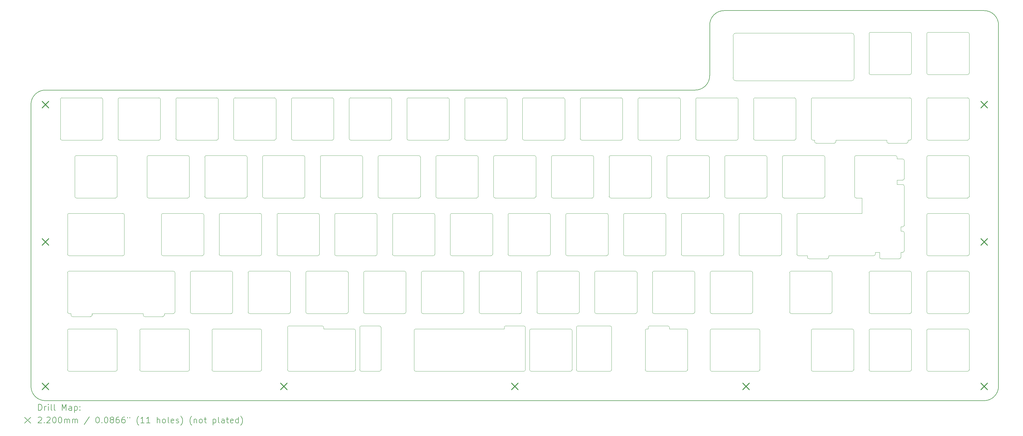
<source format=gbr>
%FSLAX45Y45*%
G04 Gerber Fmt 4.5, Leading zero omitted, Abs format (unit mm)*
G04 Created by KiCad (PCBNEW (6.0.0-0)) date 2022-10-17 22:45:53*
%MOMM*%
%LPD*%
G01*
G04 APERTURE LIST*
%TA.AperFunction,Profile*%
%ADD10C,0.050000*%
%TD*%
%TA.AperFunction,Profile*%
%ADD11C,0.150000*%
%TD*%
%ADD12C,0.200000*%
%ADD13C,0.220000*%
G04 APERTURE END LIST*
D10*
X13675000Y-12908750D02*
G75*
G03*
X13625000Y-12958750I0J-50000D01*
G01*
X21076250Y-14818750D02*
G75*
G03*
X21026250Y-14868750I0J-50000D01*
G01*
D11*
X36051250Y-4297500D02*
X27456250Y-4297500D01*
D10*
X29382500Y-9138750D02*
X29382500Y-10438750D01*
X30337500Y-7228750D02*
X30337500Y-8528750D01*
X6557000Y-14309250D02*
X8245000Y-14309250D01*
X34157500Y-5063750D02*
X34157500Y-6363750D01*
X27950000Y-12348750D02*
G75*
G03*
X28000000Y-12398750I50000J0D01*
G01*
X18367500Y-7228750D02*
G75*
G03*
X18317500Y-7178750I-50000J0D01*
G01*
X30909950Y-12398750D02*
X32403750Y-12398750D01*
X14547500Y-8528750D02*
X14547500Y-7228750D01*
X33597500Y-6413750D02*
G75*
G03*
X33647500Y-6363750I0J50000D01*
G01*
X13065000Y-12908750D02*
X11765000Y-12908750D01*
X15025000Y-12958750D02*
G75*
G03*
X14975000Y-12908750I-50000J0D01*
G01*
X32297500Y-16218750D02*
X33597500Y-16218750D01*
X24575000Y-14258750D02*
X24575000Y-12958750D01*
X32297500Y-6413750D02*
X33597500Y-6413750D01*
X27917500Y-8528750D02*
X27917500Y-7228750D01*
X33597500Y-12908750D02*
X32297500Y-12908750D01*
X16967500Y-8528750D02*
G75*
G03*
X17017500Y-8578750I50000J0D01*
G01*
X11155000Y-12908750D02*
X9855000Y-12908750D01*
X25480000Y-10998750D02*
X24180000Y-10998750D01*
X24896250Y-14818750D02*
G75*
G03*
X24846250Y-14868750I0J-50000D01*
G01*
X34157500Y-14258750D02*
G75*
G03*
X34207500Y-14308750I50000J0D01*
G01*
X9722500Y-16218750D02*
G75*
G03*
X9772500Y-16168750I0J50000D01*
G01*
X10200000Y-12398750D02*
G75*
G03*
X10250000Y-12348750I0J50000D01*
G01*
X15457550Y-16218750D02*
X16057550Y-16218750D01*
X12110000Y-12398750D02*
G75*
G03*
X12160000Y-12348750I0J50000D01*
G01*
X8245050Y-14358750D02*
G75*
G03*
X8295050Y-14408750I50000J0D01*
G01*
X33358750Y-11587550D02*
X33297550Y-11587550D01*
X34157500Y-16168750D02*
G75*
G03*
X34207500Y-16218750I50000J0D01*
G01*
X25085000Y-12958750D02*
X25085000Y-14258750D01*
X9245000Y-12908750D02*
X7945000Y-12908750D01*
X18450000Y-12398750D02*
X19750000Y-12398750D01*
X14630000Y-10998750D02*
G75*
G03*
X14580000Y-11048750I0J-50000D01*
G01*
X13115000Y-14258750D02*
X13115000Y-12958750D01*
X31098700Y-8678750D02*
G75*
G03*
X31148700Y-8628750I0J50000D01*
G01*
X5796250Y-14308750D02*
X5857450Y-14309250D01*
X33408750Y-10093750D02*
G75*
G03*
X33358750Y-10043750I-50000J0D01*
G01*
X31820000Y-9088750D02*
G75*
G03*
X31770000Y-9138750I0J-50000D01*
G01*
X8183750Y-14818750D02*
G75*
G03*
X8133750Y-14868750I0J-50000D01*
G01*
X26196250Y-14818750D02*
X25642500Y-14818750D01*
X15057500Y-7228750D02*
X15057500Y-8528750D01*
X7467500Y-7178750D02*
G75*
G03*
X7417500Y-7228750I0J-50000D01*
G01*
X13147500Y-7228750D02*
X13147500Y-8528750D01*
X32642500Y-7178750D02*
X31342500Y-7178750D01*
X27950000Y-11048750D02*
X27950000Y-12348750D01*
D11*
X36051250Y-17190000D02*
G75*
G03*
X36528750Y-16712500I0J477500D01*
G01*
D10*
X10200000Y-10998750D02*
X8900000Y-10998750D01*
X35507500Y-6413750D02*
G75*
G03*
X35557500Y-6363750I0J50000D01*
G01*
X30732500Y-10488750D02*
G75*
G03*
X30782500Y-10438750I0J50000D01*
G01*
X33597500Y-14818750D02*
X32297500Y-14818750D01*
X12110000Y-14818750D02*
X10571250Y-14818750D01*
X27045000Y-14308750D02*
X28345000Y-14308750D01*
X34207500Y-16218750D02*
X35507500Y-16218750D01*
X33358750Y-12287550D02*
G75*
G03*
X33408750Y-12237550I0J50000D01*
G01*
X23570000Y-12398750D02*
G75*
G03*
X23620000Y-12348750I0J50000D01*
G01*
X22747500Y-7178750D02*
G75*
G03*
X22697500Y-7228750I0J-50000D01*
G01*
X25002500Y-10488750D02*
G75*
G03*
X25052500Y-10438750I0J50000D01*
G01*
X35557500Y-10438750D02*
X35557500Y-9138750D01*
X20310000Y-11048750D02*
X20310000Y-12348750D01*
X5746250Y-14868750D02*
X5746250Y-16168750D01*
X11287500Y-8578750D02*
X12587500Y-8578750D01*
X34207500Y-6413750D02*
X35507500Y-6413750D01*
X19832500Y-10438750D02*
G75*
G03*
X19882500Y-10488750I50000J0D01*
G01*
X12587500Y-7178750D02*
X11287500Y-7178750D01*
X35557500Y-8528750D02*
X35557500Y-7228750D01*
X14580000Y-12348750D02*
G75*
G03*
X14630000Y-12398750I50000J0D01*
G01*
X15535000Y-14258750D02*
G75*
G03*
X15585000Y-14308750I50000J0D01*
G01*
X20277500Y-7228750D02*
G75*
G03*
X20227500Y-7178750I-50000J0D01*
G01*
X29827500Y-8528750D02*
X29827500Y-7228750D01*
X12160000Y-14868750D02*
G75*
G03*
X12110000Y-14818750I-50000J0D01*
G01*
X17890000Y-12348750D02*
X17890000Y-11048750D01*
X12242500Y-9088750D02*
G75*
G03*
X12192500Y-9138750I0J-50000D01*
G01*
X5507500Y-7228750D02*
X5507500Y-8528750D01*
X22665000Y-12958750D02*
G75*
G03*
X22615000Y-12908750I-50000J0D01*
G01*
X25592500Y-14718750D02*
X24992500Y-14718750D01*
X8051250Y-12908750D02*
X6751250Y-12908750D01*
X35507500Y-5013750D02*
X34207500Y-5013750D01*
X35507500Y-7178750D02*
X34207500Y-7178750D01*
X21710000Y-12348750D02*
X21710000Y-11048750D01*
X12670000Y-11048750D02*
X12670000Y-12348750D01*
X18317500Y-8578750D02*
G75*
G03*
X18367500Y-8528750I0J50000D01*
G01*
X17922500Y-9138750D02*
X17922500Y-10438750D01*
X26090000Y-12398750D02*
X27390000Y-12398750D01*
X23620000Y-12348750D02*
X23620000Y-11048750D01*
X33647500Y-7228750D02*
G75*
G03*
X33597500Y-7178750I-50000J0D01*
G01*
X27522500Y-10488750D02*
X28822500Y-10488750D01*
X5857450Y-14309250D02*
X5857450Y-14358750D01*
X25530000Y-12348750D02*
X25530000Y-11048750D01*
X30782500Y-10438750D02*
X30782500Y-9138750D01*
X27472500Y-10438750D02*
G75*
G03*
X27522500Y-10488750I50000J0D01*
G01*
X15930000Y-12398750D02*
G75*
G03*
X15980000Y-12348750I0J50000D01*
G01*
X26435000Y-12908750D02*
X25135000Y-12908750D01*
X28477500Y-7178750D02*
G75*
G03*
X28427500Y-7228750I0J-50000D01*
G01*
X7623750Y-12348750D02*
X7623750Y-11048750D01*
X18927500Y-8578750D02*
X20227500Y-8578750D01*
X27045000Y-14818750D02*
G75*
G03*
X26995000Y-14868750I0J-50000D01*
G01*
X20232450Y-14718750D02*
G75*
G03*
X20182450Y-14768750I0J-50000D01*
G01*
X30971250Y-14308750D02*
G75*
G03*
X31021250Y-14258750I0J50000D01*
G01*
X10521250Y-14868750D02*
X10521250Y-16168750D01*
X16062500Y-10488750D02*
X17362500Y-10488750D01*
X30387500Y-7178750D02*
G75*
G03*
X30337500Y-7228750I0J-50000D01*
G01*
X30448700Y-8628750D02*
G75*
G03*
X30498700Y-8678750I50000J0D01*
G01*
X25530000Y-11048750D02*
G75*
G03*
X25480000Y-10998750I-50000J0D01*
G01*
X32008750Y-10998750D02*
X29910000Y-10998750D01*
X26995000Y-14868750D02*
X26995000Y-16168750D01*
X19322500Y-9138750D02*
G75*
G03*
X19272500Y-9088750I-50000J0D01*
G01*
X18795000Y-12908750D02*
X17495000Y-12908750D01*
X22137500Y-7178750D02*
X20837500Y-7178750D01*
X5557500Y-7178750D02*
G75*
G03*
X5507500Y-7228750I0J-50000D01*
G01*
X35557500Y-14258750D02*
X35557500Y-12958750D01*
X26246250Y-16168750D02*
X26246250Y-14868750D01*
X26995000Y-12958750D02*
X26995000Y-14258750D01*
X11205000Y-12958750D02*
G75*
G03*
X11155000Y-12908750I-50000J0D01*
G01*
X22615000Y-14308750D02*
G75*
G03*
X22665000Y-14258750I0J50000D01*
G01*
X6907500Y-8528750D02*
X6907500Y-7228750D01*
D11*
X4536250Y-16712500D02*
X4536250Y-7401250D01*
D10*
X23142500Y-9138750D02*
G75*
G03*
X23092500Y-9088750I-50000J0D01*
G01*
D11*
X36528750Y-16712500D02*
X36528750Y-4775000D01*
D10*
X35557500Y-12348750D02*
X35557500Y-11048750D01*
X22187500Y-7228750D02*
G75*
G03*
X22137500Y-7178750I-50000J0D01*
G01*
X5796250Y-10998750D02*
G75*
G03*
X5746250Y-11048750I0J-50000D01*
G01*
X26517500Y-7228750D02*
X26517500Y-8528750D01*
X32247500Y-5063750D02*
X32247500Y-6363750D01*
X28000000Y-10998750D02*
G75*
G03*
X27950000Y-11048750I0J-50000D01*
G01*
X19405000Y-14308750D02*
X20705000Y-14308750D01*
X21792500Y-9088750D02*
G75*
G03*
X21742500Y-9138750I0J-50000D01*
G01*
X5796250Y-12908750D02*
G75*
G03*
X5746250Y-12958750I0J-50000D01*
G01*
X34157500Y-9138750D02*
X34157500Y-10438750D01*
X19882500Y-9088750D02*
G75*
G03*
X19832500Y-9138750I0J-50000D01*
G01*
X24130000Y-11048750D02*
X24130000Y-12348750D01*
X12720000Y-10998750D02*
G75*
G03*
X12670000Y-11048750I0J-50000D01*
G01*
X30209950Y-12448750D02*
G75*
G03*
X30259950Y-12498750I50000J0D01*
G01*
X34207500Y-14308750D02*
X35507500Y-14308750D01*
X10521250Y-16168750D02*
G75*
G03*
X10571250Y-16218750I50000J0D01*
G01*
X5746250Y-14258750D02*
G75*
G03*
X5796250Y-14308750I50000J0D01*
G01*
X10571250Y-16218750D02*
X12110000Y-16218750D01*
X8245000Y-14309250D02*
X8245000Y-14358750D01*
X19355000Y-12958750D02*
X19355000Y-14258750D01*
X8767500Y-7178750D02*
X7467500Y-7178750D01*
X17206250Y-16168750D02*
G75*
G03*
X17256250Y-16218750I50000J0D01*
G01*
X30209950Y-12398750D02*
X30209950Y-12448750D01*
X14070000Y-12348750D02*
X14070000Y-11048750D01*
X24896250Y-16218750D02*
X26196250Y-16218750D01*
X32297500Y-12908750D02*
G75*
G03*
X32247500Y-12958750I0J-50000D01*
G01*
X18400000Y-12348750D02*
G75*
G03*
X18450000Y-12398750I50000J0D01*
G01*
X10760000Y-11048750D02*
X10760000Y-12348750D01*
X20182450Y-14768750D02*
X20182450Y-14818250D01*
X32403750Y-12398750D02*
G75*
G03*
X32453750Y-12348750I0J50000D01*
G01*
X30387500Y-16218750D02*
X31687500Y-16218750D01*
X10521250Y-16168750D02*
G75*
G03*
X10571250Y-16218750I50000J0D01*
G01*
X28427500Y-7228750D02*
X28427500Y-8528750D01*
X14020000Y-12398750D02*
G75*
G03*
X14070000Y-12348750I0J50000D01*
G01*
X25612500Y-10488750D02*
X26912500Y-10488750D01*
X18367500Y-8528750D02*
X18367500Y-7228750D01*
X12110000Y-16218750D02*
G75*
G03*
X12160000Y-16168750I0J50000D01*
G01*
X33297550Y-12448750D02*
X33297550Y-12287550D01*
X5746250Y-12958750D02*
X5746250Y-14258750D01*
X33170000Y-9899950D02*
X33358750Y-9899950D01*
X28583750Y-16218750D02*
G75*
G03*
X28633750Y-16168750I0J50000D01*
G01*
X8422500Y-9088750D02*
G75*
G03*
X8372500Y-9138750I0J-50000D01*
G01*
X5746250Y-16168750D02*
G75*
G03*
X5796250Y-16218750I50000J0D01*
G01*
X14102500Y-10438750D02*
G75*
G03*
X14152500Y-10488750I50000J0D01*
G01*
X16885000Y-12908750D02*
X15585000Y-12908750D01*
X12192500Y-9138750D02*
X12192500Y-10438750D01*
X13147500Y-8528750D02*
G75*
G03*
X13197500Y-8578750I50000J0D01*
G01*
X30859950Y-12498750D02*
G75*
G03*
X30909950Y-12448750I0J50000D01*
G01*
X16062500Y-9088750D02*
G75*
G03*
X16012500Y-9138750I0J-50000D01*
G01*
X23683750Y-16218750D02*
G75*
G03*
X23733750Y-16168750I0J50000D01*
G01*
X6035000Y-10488750D02*
X7335000Y-10488750D01*
X28633750Y-16168750D02*
X28633750Y-14868750D01*
X16935000Y-12958750D02*
G75*
G03*
X16885000Y-12908750I-50000J0D01*
G01*
X20832450Y-14718750D02*
X20232450Y-14718750D01*
X34207500Y-12908750D02*
G75*
G03*
X34157500Y-12958750I0J-50000D01*
G01*
X26090000Y-10998750D02*
G75*
G03*
X26040000Y-11048750I0J-50000D01*
G01*
X17972500Y-10488750D02*
X19272500Y-10488750D01*
X13592500Y-10438750D02*
X13592500Y-9138750D01*
X5746250Y-14868750D02*
X5746250Y-16168750D01*
X26007500Y-7228750D02*
G75*
G03*
X25957500Y-7178750I-50000J0D01*
G01*
X24525000Y-14308750D02*
G75*
G03*
X24575000Y-14258750I0J50000D01*
G01*
X13542500Y-10488750D02*
G75*
G03*
X13592500Y-10438750I0J50000D01*
G01*
X35557500Y-12958750D02*
G75*
G03*
X35507500Y-12908750I-50000J0D01*
G01*
X30337500Y-16168750D02*
G75*
G03*
X30387500Y-16218750I50000J0D01*
G01*
X8767500Y-8578750D02*
G75*
G03*
X8817500Y-8528750I0J50000D01*
G01*
X14580000Y-11048750D02*
X14580000Y-12348750D01*
X28477500Y-8578750D02*
X29777500Y-8578750D01*
D11*
X5013750Y-6923750D02*
G75*
G03*
X4536250Y-7401250I0J-477500D01*
G01*
D10*
X35507500Y-12398750D02*
G75*
G03*
X35557500Y-12348750I0J50000D01*
G01*
X25480000Y-12398750D02*
G75*
G03*
X25530000Y-12348750I0J50000D01*
G01*
X20360000Y-12398750D02*
X21660000Y-12398750D01*
X33536300Y-8578750D02*
X33597500Y-8578750D01*
X15502500Y-9138750D02*
G75*
G03*
X15452500Y-9088750I-50000J0D01*
G01*
X7385000Y-16168750D02*
X7385000Y-14868750D01*
X15452500Y-10488750D02*
G75*
G03*
X15502500Y-10438750I0J50000D01*
G01*
X19750000Y-10998750D02*
X18450000Y-10998750D01*
X11632500Y-9088750D02*
X10332500Y-9088750D01*
X6507450Y-14408750D02*
G75*
G03*
X6557450Y-14358750I0J50000D01*
G01*
X11715000Y-14258750D02*
G75*
G03*
X11765000Y-14308750I50000J0D01*
G01*
X10727500Y-7228750D02*
G75*
G03*
X10677500Y-7178750I-50000J0D01*
G01*
X26040000Y-11048750D02*
X26040000Y-12348750D01*
X27045000Y-16218750D02*
X28583750Y-16218750D01*
X21182500Y-9088750D02*
X19882500Y-9088750D01*
X19800000Y-11048750D02*
G75*
G03*
X19750000Y-10998750I-50000J0D01*
G01*
X13115000Y-12958750D02*
G75*
G03*
X13065000Y-12908750I-50000J0D01*
G01*
X16457500Y-7228750D02*
G75*
G03*
X16407500Y-7178750I-50000J0D01*
G01*
X7385000Y-10438750D02*
X7385000Y-9138750D01*
X21232500Y-10438750D02*
X21232500Y-9138750D01*
X23225000Y-12908750D02*
G75*
G03*
X23175000Y-12958750I0J-50000D01*
G01*
X20755000Y-12958750D02*
G75*
G03*
X20705000Y-12908750I-50000J0D01*
G01*
X10677500Y-8578750D02*
G75*
G03*
X10727500Y-8528750I0J50000D01*
G01*
X10332500Y-9088750D02*
G75*
G03*
X10282500Y-9138750I0J-50000D01*
G01*
X33647500Y-16168750D02*
X33647500Y-14868750D01*
X9772500Y-9138750D02*
G75*
G03*
X9722500Y-9088750I-50000J0D01*
G01*
X10571250Y-14818750D02*
G75*
G03*
X10521250Y-14868750I0J-50000D01*
G01*
X31687500Y-16218750D02*
G75*
G03*
X31737500Y-16168750I0J50000D01*
G01*
X9855000Y-12908750D02*
G75*
G03*
X9805000Y-12958750I0J-50000D01*
G01*
X33408750Y-11393750D02*
X33408750Y-10093750D01*
X24846250Y-16168750D02*
G75*
G03*
X24896250Y-16218750I50000J0D01*
G01*
X23702500Y-10488750D02*
X25002500Y-10488750D01*
X13197500Y-7178750D02*
G75*
G03*
X13147500Y-7228750I0J-50000D01*
G01*
X7335000Y-10488750D02*
G75*
G03*
X7385000Y-10438750I0J50000D01*
G01*
X33247550Y-12498750D02*
G75*
G03*
X33297550Y-12448750I0J50000D01*
G01*
X17972500Y-9088750D02*
G75*
G03*
X17922500Y-9138750I0J-50000D01*
G01*
X27390000Y-12398750D02*
G75*
G03*
X27440000Y-12348750I0J50000D01*
G01*
X8183750Y-16218750D02*
X9722500Y-16218750D01*
X25612500Y-9088750D02*
G75*
G03*
X25562500Y-9138750I0J-50000D01*
G01*
X26912500Y-9088750D02*
X25612500Y-9088750D01*
X25052500Y-10438750D02*
X25052500Y-9138750D01*
X14975000Y-14308750D02*
G75*
G03*
X15025000Y-14258750I0J50000D01*
G01*
X35557500Y-7228750D02*
G75*
G03*
X35507500Y-7178750I-50000J0D01*
G01*
X32297500Y-14308750D02*
X33597500Y-14308750D01*
X35507500Y-12908750D02*
X34207500Y-12908750D01*
X28633750Y-14868750D02*
G75*
G03*
X28583750Y-14818750I-50000J0D01*
G01*
X29860000Y-11048750D02*
X29860000Y-12348750D01*
X34207500Y-9088750D02*
G75*
G03*
X34157500Y-9138750I0J-50000D01*
G01*
X27750000Y-5141250D02*
X27750000Y-6516250D01*
X22220000Y-12348750D02*
G75*
G03*
X22270000Y-12398750I50000J0D01*
G01*
X17890000Y-11048750D02*
G75*
G03*
X17840000Y-10998750I-50000J0D01*
G01*
X10521250Y-14868750D02*
X10521250Y-16168750D01*
X18877500Y-7228750D02*
X18877500Y-8528750D01*
X25135000Y-12908750D02*
G75*
G03*
X25085000Y-12958750I0J-50000D01*
G01*
D11*
X36528750Y-4775000D02*
G75*
G03*
X36051250Y-4297500I-477500J0D01*
G01*
D10*
X18845000Y-14258750D02*
X18845000Y-12958750D01*
X6557450Y-14358750D02*
X6557000Y-14309250D01*
X33647500Y-14258750D02*
X33647500Y-12958750D01*
X29350000Y-11048750D02*
G75*
G03*
X29300000Y-10998750I-50000J0D01*
G01*
X20882450Y-16168750D02*
X20882450Y-14768750D01*
X14497500Y-8578750D02*
G75*
G03*
X14547500Y-8528750I0J50000D01*
G01*
X19405000Y-12908750D02*
G75*
G03*
X19355000Y-12958750I0J-50000D01*
G01*
X20755000Y-14258750D02*
X20755000Y-12958750D01*
X26040000Y-12348750D02*
G75*
G03*
X26090000Y-12398750I50000J0D01*
G01*
X25957500Y-7178750D02*
X24657500Y-7178750D01*
X11155000Y-14308750D02*
G75*
G03*
X11205000Y-14258750I0J50000D01*
G01*
X21742500Y-10438750D02*
G75*
G03*
X21792500Y-10488750I50000J0D01*
G01*
X22270000Y-10998750D02*
G75*
G03*
X22220000Y-11048750I0J-50000D01*
G01*
X27522500Y-9088750D02*
G75*
G03*
X27472500Y-9138750I0J-50000D01*
G01*
X9855000Y-14308750D02*
X11155000Y-14308750D01*
X16057550Y-14718750D02*
X15457550Y-14718750D01*
X24846250Y-16168750D02*
G75*
G03*
X24896250Y-16218750I50000J0D01*
G01*
X33358750Y-10043750D02*
X33170000Y-10043750D01*
X16057550Y-16218750D02*
G75*
G03*
X16107550Y-16168750I0J50000D01*
G01*
X16885000Y-14308750D02*
G75*
G03*
X16935000Y-14258750I0J50000D01*
G01*
X22747500Y-8578750D02*
X24047500Y-8578750D01*
X26485000Y-14258750D02*
X26485000Y-12958750D01*
X15025000Y-14258750D02*
X15025000Y-12958750D01*
X8133750Y-16168750D02*
G75*
G03*
X8183750Y-16218750I50000J0D01*
G01*
X34207500Y-12398750D02*
X35507500Y-12398750D01*
X5796250Y-16218750D02*
X7335000Y-16218750D01*
X22187500Y-8528750D02*
X22187500Y-7228750D01*
X15535000Y-12958750D02*
X15535000Y-14258750D01*
X14975000Y-12908750D02*
X13675000Y-12908750D01*
X23652500Y-9138750D02*
X23652500Y-10438750D01*
X31675000Y-5041250D02*
X27850000Y-5041250D01*
X35507500Y-16218750D02*
G75*
G03*
X35557500Y-16168750I0J50000D01*
G01*
D11*
X27456250Y-4297500D02*
G75*
G03*
X26978750Y-4775000I0J-477500D01*
G01*
D10*
X22220000Y-11048750D02*
X22220000Y-12348750D01*
X8133750Y-14868750D02*
X8133750Y-16168750D01*
X25085000Y-14258750D02*
G75*
G03*
X25135000Y-14308750I50000J0D01*
G01*
X12670000Y-12348750D02*
G75*
G03*
X12720000Y-12398750I50000J0D01*
G01*
X34207500Y-10998750D02*
G75*
G03*
X34157500Y-11048750I0J-50000D01*
G01*
X18400000Y-11048750D02*
X18400000Y-12348750D01*
X26912500Y-10488750D02*
G75*
G03*
X26962500Y-10438750I0J50000D01*
G01*
X26435000Y-14308750D02*
G75*
G03*
X26485000Y-14258750I0J50000D01*
G01*
X33486300Y-8678750D02*
G75*
G03*
X33536300Y-8628750I0J50000D01*
G01*
X14102500Y-9138750D02*
X14102500Y-10438750D01*
X33647500Y-5063750D02*
G75*
G03*
X33597500Y-5013750I-50000J0D01*
G01*
X30498700Y-8678750D02*
X31098700Y-8678750D01*
X34157500Y-6363750D02*
G75*
G03*
X34207500Y-6413750I50000J0D01*
G01*
X14547500Y-7228750D02*
G75*
G03*
X14497500Y-7178750I-50000J0D01*
G01*
X31737500Y-16168750D02*
X31737500Y-14868750D01*
X13592500Y-9138750D02*
G75*
G03*
X13542500Y-9088750I-50000J0D01*
G01*
X15452500Y-9088750D02*
X14152500Y-9088750D01*
X34157500Y-7228750D02*
X34157500Y-8528750D01*
X32597550Y-12287550D02*
X32453750Y-12287550D01*
X12720000Y-12398750D02*
X14020000Y-12398750D01*
X14212500Y-14768750D02*
G75*
G03*
X14162500Y-14718750I-50000J0D01*
G01*
X11237500Y-8528750D02*
G75*
G03*
X11287500Y-8578750I50000J0D01*
G01*
X10677500Y-7178750D02*
X9377500Y-7178750D01*
X27867500Y-7178750D02*
X26567500Y-7178750D01*
X24896250Y-14818750D02*
G75*
G03*
X24846250Y-14868750I0J-50000D01*
G01*
X30387500Y-14818750D02*
G75*
G03*
X30337500Y-14868750I0J-50000D01*
G01*
X24607500Y-7228750D02*
X24607500Y-8528750D01*
X16012500Y-9138750D02*
X16012500Y-10438750D01*
X33647500Y-6363750D02*
X33647500Y-5063750D01*
X17495000Y-14308750D02*
X18795000Y-14308750D01*
X16490000Y-12348750D02*
G75*
G03*
X16540000Y-12398750I50000J0D01*
G01*
X8133750Y-14868750D02*
X8133750Y-16168750D01*
X30971250Y-12908750D02*
X29671250Y-12908750D01*
X11715000Y-12958750D02*
X11715000Y-14258750D01*
X7467500Y-8578750D02*
X8767500Y-8578750D01*
X17412500Y-10438750D02*
X17412500Y-9138750D01*
X5507500Y-8528750D02*
G75*
G03*
X5557500Y-8578750I50000J0D01*
G01*
X17206250Y-14868750D02*
X17206250Y-16168750D01*
X21232500Y-9138750D02*
G75*
G03*
X21182500Y-9088750I-50000J0D01*
G01*
X7335000Y-16218750D02*
G75*
G03*
X7385000Y-16168750I0J50000D01*
G01*
X25562500Y-10438750D02*
G75*
G03*
X25612500Y-10488750I50000J0D01*
G01*
X29860000Y-12348750D02*
G75*
G03*
X29910000Y-12398750I50000J0D01*
G01*
X35507500Y-9088750D02*
X34207500Y-9088750D01*
X13675000Y-14308750D02*
X14975000Y-14308750D01*
X24657500Y-8578750D02*
X25957500Y-8578750D01*
X14212500Y-14818250D02*
X14212500Y-14768750D01*
X20787500Y-8528750D02*
G75*
G03*
X20837500Y-8578750I50000J0D01*
G01*
X31770000Y-9138750D02*
X31770000Y-10438750D01*
X15263750Y-14868750D02*
G75*
G03*
X15213750Y-14818750I-50000J0D01*
G01*
X19882500Y-10488750D02*
X21182500Y-10488750D01*
X24575000Y-12958750D02*
G75*
G03*
X24525000Y-12908750I-50000J0D01*
G01*
X26246250Y-16168750D02*
X26246250Y-14868750D01*
X17362500Y-10488750D02*
G75*
G03*
X17412500Y-10438750I0J50000D01*
G01*
X15107500Y-8578750D02*
X16407500Y-8578750D01*
X19272500Y-10488750D02*
G75*
G03*
X19322500Y-10438750I0J50000D01*
G01*
X32836300Y-8628750D02*
G75*
G03*
X32886300Y-8678750I50000J0D01*
G01*
X14152500Y-10488750D02*
X15452500Y-10488750D01*
X13069950Y-14718750D02*
G75*
G03*
X13019950Y-14768750I0J-50000D01*
G01*
D11*
X26501250Y-6923750D02*
G75*
G03*
X26978750Y-6446250I0J477500D01*
G01*
D10*
X6857500Y-8578750D02*
G75*
G03*
X6907500Y-8528750I0J50000D01*
G01*
X26007500Y-8528750D02*
X26007500Y-7228750D01*
X34157500Y-10438750D02*
G75*
G03*
X34207500Y-10488750I50000J0D01*
G01*
X32247500Y-14258750D02*
G75*
G03*
X32297500Y-14308750I50000J0D01*
G01*
D11*
X26978750Y-6446250D02*
X26978750Y-4775000D01*
D10*
X35557500Y-16168750D02*
X35557500Y-14868750D01*
X8183750Y-14818750D02*
G75*
G03*
X8133750Y-14868750I0J-50000D01*
G01*
X8900000Y-10998750D02*
G75*
G03*
X8850000Y-11048750I0J-50000D01*
G01*
X7417500Y-7228750D02*
X7417500Y-8528750D01*
X15213750Y-16218750D02*
G75*
G03*
X15263750Y-16168750I0J50000D01*
G01*
X7623750Y-11048750D02*
G75*
G03*
X7573750Y-10998750I-50000J0D01*
G01*
X21026250Y-16168750D02*
G75*
G03*
X21076250Y-16218750I50000J0D01*
G01*
X32247500Y-14868750D02*
X32247500Y-16168750D01*
X25052500Y-9138750D02*
G75*
G03*
X25002500Y-9088750I-50000J0D01*
G01*
X23175000Y-12958750D02*
X23175000Y-14258750D01*
X20705000Y-14308750D02*
G75*
G03*
X20755000Y-14258750I0J50000D01*
G01*
X33486300Y-7178750D02*
X32886300Y-7178750D01*
X35557500Y-5063750D02*
G75*
G03*
X35507500Y-5013750I-50000J0D01*
G01*
X7573750Y-10998750D02*
X5796250Y-10998750D01*
X30259950Y-12498750D02*
X30859950Y-12498750D01*
X21076250Y-16218750D02*
X22376250Y-16218750D01*
X25957500Y-8578750D02*
G75*
G03*
X26007500Y-8528750I0J50000D01*
G01*
X35557500Y-14868750D02*
G75*
G03*
X35507500Y-14818750I-50000J0D01*
G01*
X12242500Y-10488750D02*
X13542500Y-10488750D01*
X27440000Y-11048750D02*
G75*
G03*
X27390000Y-10998750I-50000J0D01*
G01*
X33597500Y-7178750D02*
X32297500Y-7178750D01*
X33297550Y-11443750D02*
X33358750Y-11443750D01*
X26567500Y-8578750D02*
X27867500Y-8578750D01*
X29671250Y-12908750D02*
G75*
G03*
X29621250Y-12958750I0J-50000D01*
G01*
X31021250Y-14258750D02*
X31021250Y-12958750D01*
X32836300Y-8578750D02*
X32836300Y-8628750D01*
X17840000Y-10998750D02*
X16540000Y-10998750D01*
X8895050Y-14408750D02*
G75*
G03*
X8945050Y-14358750I0J50000D01*
G01*
X29671250Y-14308750D02*
X30971250Y-14308750D01*
X9722500Y-10488750D02*
G75*
G03*
X9772500Y-10438750I0J50000D01*
G01*
X8372500Y-10438750D02*
G75*
G03*
X8422500Y-10488750I50000J0D01*
G01*
X28000000Y-12398750D02*
X29300000Y-12398750D01*
X17017500Y-7178750D02*
G75*
G03*
X16967500Y-7228750I0J-50000D01*
G01*
X30337500Y-8528750D02*
G75*
G03*
X30387500Y-8578750I50000J0D01*
G01*
X19322500Y-10438750D02*
X19322500Y-9138750D01*
X16012500Y-10438750D02*
G75*
G03*
X16062500Y-10488750I50000J0D01*
G01*
X31820000Y-10488750D02*
X32008750Y-10488750D01*
X13065000Y-14308750D02*
G75*
G03*
X13115000Y-14258750I0J50000D01*
G01*
X20837500Y-7178750D02*
G75*
G03*
X20787500Y-7228750I0J-50000D01*
G01*
X29777500Y-7178750D02*
X28477500Y-7178750D01*
X24097500Y-8528750D02*
X24097500Y-7228750D01*
X35557500Y-9138750D02*
G75*
G03*
X35507500Y-9088750I-50000J0D01*
G01*
X19272500Y-9088750D02*
X17972500Y-9088750D01*
X32886300Y-8678750D02*
X33486300Y-8678750D01*
X16457500Y-8528750D02*
X16457500Y-7228750D01*
X31687500Y-7178750D02*
X30387500Y-7178750D01*
X29777500Y-8578750D02*
G75*
G03*
X29827500Y-8528750I0J50000D01*
G01*
X24180000Y-12398750D02*
X25480000Y-12398750D01*
X16540000Y-10998750D02*
G75*
G03*
X16490000Y-11048750I0J-50000D01*
G01*
X20310000Y-12348750D02*
G75*
G03*
X20360000Y-12398750I50000J0D01*
G01*
X22615000Y-12908750D02*
X21315000Y-12908750D01*
X27440000Y-12348750D02*
X27440000Y-11048750D01*
X13913750Y-16218750D02*
X15213750Y-16218750D01*
X8945050Y-14358750D02*
X8945000Y-14309250D01*
X19832500Y-9138750D02*
X19832500Y-10438750D01*
X25002500Y-9088750D02*
X23702500Y-9088750D01*
X33597500Y-5013750D02*
X32297500Y-5013750D01*
X12160000Y-11048750D02*
G75*
G03*
X12110000Y-10998750I-50000J0D01*
G01*
X21710000Y-11048750D02*
G75*
G03*
X21660000Y-10998750I-50000J0D01*
G01*
X9772500Y-14868750D02*
G75*
G03*
X9722500Y-14818750I-50000J0D01*
G01*
X20832450Y-16218750D02*
G75*
G03*
X20882450Y-16168750I0J50000D01*
G01*
X11765000Y-12908750D02*
G75*
G03*
X11715000Y-12958750I0J-50000D01*
G01*
X34157500Y-12348750D02*
G75*
G03*
X34207500Y-12398750I50000J0D01*
G01*
X33597500Y-16218750D02*
G75*
G03*
X33647500Y-16168750I0J50000D01*
G01*
X32597550Y-12287550D02*
X32597550Y-12448750D01*
X24942500Y-14818750D02*
X24896250Y-14818750D01*
X9772500Y-16168750D02*
X9772500Y-14868750D01*
X17922500Y-10438750D02*
G75*
G03*
X17972500Y-10488750I50000J0D01*
G01*
X24846250Y-14868750D02*
X24846250Y-16168750D01*
X32247500Y-16168750D02*
G75*
G03*
X32297500Y-16218750I50000J0D01*
G01*
X33170000Y-9199950D02*
X33170000Y-9138750D01*
X23620000Y-11048750D02*
G75*
G03*
X23570000Y-10998750I-50000J0D01*
G01*
X15407550Y-14768750D02*
X15407550Y-16168750D01*
X32297500Y-5013750D02*
G75*
G03*
X32247500Y-5063750I0J-50000D01*
G01*
X34157500Y-12958750D02*
X34157500Y-14258750D01*
X26962500Y-9138750D02*
G75*
G03*
X26912500Y-9088750I-50000J0D01*
G01*
X33170000Y-9138750D02*
G75*
G03*
X33120000Y-9088750I-50000J0D01*
G01*
X21315000Y-14308750D02*
X22615000Y-14308750D01*
X22376250Y-16218750D02*
G75*
G03*
X22426250Y-16168750I0J50000D01*
G01*
X5557500Y-8578750D02*
X6857500Y-8578750D01*
X30859950Y-10998750D02*
X30259950Y-10998750D01*
X33408750Y-12237550D02*
X33408750Y-11637550D01*
X27045000Y-12908750D02*
G75*
G03*
X26995000Y-12958750I0J-50000D01*
G01*
X12192500Y-10438750D02*
G75*
G03*
X12242500Y-10488750I50000J0D01*
G01*
X20837500Y-8578750D02*
X22137500Y-8578750D01*
X28822500Y-9088750D02*
X27522500Y-9088750D01*
X30387500Y-8578750D02*
X30448700Y-8578750D01*
X10332500Y-10488750D02*
X11632500Y-10488750D01*
X23142500Y-10438750D02*
X23142500Y-9138750D01*
X35507500Y-10488750D02*
G75*
G03*
X35557500Y-10438750I0J50000D01*
G01*
X26196250Y-16218750D02*
G75*
G03*
X26246250Y-16168750I0J50000D01*
G01*
X33297550Y-12287550D02*
X33358750Y-12287550D01*
X32008750Y-10488750D02*
X32008750Y-10998750D01*
X27867500Y-8578750D02*
G75*
G03*
X27917500Y-8528750I0J50000D01*
G01*
X10282500Y-9138750D02*
X10282500Y-10438750D01*
X18927500Y-16218750D02*
X20227500Y-16218750D01*
X22570050Y-14768750D02*
X22570050Y-16168750D01*
X22426250Y-16168750D02*
X22426250Y-14868750D01*
X31021250Y-12958750D02*
G75*
G03*
X30971250Y-12908750I-50000J0D01*
G01*
X22620050Y-14718750D02*
G75*
G03*
X22570050Y-14768750I0J-50000D01*
G01*
X33647500Y-8528750D02*
X33647500Y-7228750D01*
X17256250Y-14818750D02*
G75*
G03*
X17206250Y-14868750I0J-50000D01*
G01*
X25642500Y-14818750D02*
X25642500Y-14768750D01*
X28395000Y-12958750D02*
G75*
G03*
X28345000Y-12908750I-50000J0D01*
G01*
X12637500Y-7228750D02*
G75*
G03*
X12587500Y-7178750I-50000J0D01*
G01*
X20882450Y-14768750D02*
G75*
G03*
X20832450Y-14718750I-50000J0D01*
G01*
X18795000Y-14308750D02*
G75*
G03*
X18845000Y-14258750I0J50000D01*
G01*
X22697500Y-7228750D02*
X22697500Y-8528750D01*
X9805000Y-14258750D02*
G75*
G03*
X9855000Y-14308750I50000J0D01*
G01*
X22137500Y-8578750D02*
G75*
G03*
X22187500Y-8528750I0J50000D01*
G01*
X15213750Y-14818750D02*
X14212500Y-14818250D01*
X8133750Y-16168750D02*
G75*
G03*
X8183750Y-16218750I50000J0D01*
G01*
X8850000Y-11048750D02*
X8850000Y-12348750D01*
X33647500Y-12958750D02*
G75*
G03*
X33597500Y-12908750I-50000J0D01*
G01*
X33408750Y-9249950D02*
G75*
G03*
X33358750Y-9199950I-50000J0D01*
G01*
X31148700Y-8578750D02*
X32836300Y-8578750D01*
X13542500Y-9088750D02*
X12242500Y-9088750D01*
X5796250Y-14818750D02*
G75*
G03*
X5746250Y-14868750I0J-50000D01*
G01*
X30337500Y-14868750D02*
X30337500Y-16168750D01*
X28345000Y-12908750D02*
X27045000Y-12908750D01*
X32647550Y-12498750D02*
X33247550Y-12498750D01*
X17256250Y-16218750D02*
X18927500Y-16218750D01*
X18845000Y-12958750D02*
G75*
G03*
X18795000Y-12908750I-50000J0D01*
G01*
X22270000Y-12398750D02*
X23570000Y-12398750D01*
X27917500Y-7228750D02*
G75*
G03*
X27867500Y-7178750I-50000J0D01*
G01*
X16490000Y-11048750D02*
X16490000Y-12348750D01*
X35507500Y-14308750D02*
G75*
G03*
X35557500Y-14258750I0J50000D01*
G01*
X26995000Y-16168750D02*
G75*
G03*
X27045000Y-16218750I50000J0D01*
G01*
X13019950Y-14768750D02*
X13019950Y-16168750D01*
X15263750Y-16168750D02*
X15263750Y-14868750D01*
X26517500Y-8528750D02*
G75*
G03*
X26567500Y-8578750I50000J0D01*
G01*
X25135000Y-14308750D02*
X26435000Y-14308750D01*
X23702500Y-9088750D02*
G75*
G03*
X23652500Y-9138750I0J-50000D01*
G01*
X23175000Y-14258750D02*
G75*
G03*
X23225000Y-14308750I50000J0D01*
G01*
X5985000Y-10438750D02*
G75*
G03*
X6035000Y-10488750I50000J0D01*
G01*
X9245000Y-14308750D02*
G75*
G03*
X9295000Y-14258750I0J50000D01*
G01*
X28583750Y-16218750D02*
G75*
G03*
X28633750Y-16168750I0J50000D01*
G01*
X5746250Y-12348750D02*
G75*
G03*
X5796250Y-12398750I50000J0D01*
G01*
X24047500Y-7178750D02*
X22747500Y-7178750D01*
X11682500Y-9138750D02*
G75*
G03*
X11632500Y-9088750I-50000J0D01*
G01*
X26485000Y-12958750D02*
G75*
G03*
X26435000Y-12908750I-50000J0D01*
G01*
X26196250Y-16218750D02*
G75*
G03*
X26246250Y-16168750I0J50000D01*
G01*
X32453750Y-12348750D02*
X32453750Y-12287550D01*
X33408750Y-11637550D02*
G75*
G03*
X33358750Y-11587550I-50000J0D01*
G01*
D11*
X36051250Y-17190000D02*
X5013750Y-17190000D01*
D10*
X9295000Y-14258750D02*
X9295000Y-12958750D01*
X33536300Y-8628750D02*
X33536300Y-8578750D01*
X17445000Y-12958750D02*
X17445000Y-14258750D01*
X34157500Y-11048750D02*
X34157500Y-12348750D01*
X33358750Y-9899950D02*
G75*
G03*
X33408750Y-9849950I0J50000D01*
G01*
X5796250Y-14818750D02*
G75*
G03*
X5746250Y-14868750I0J-50000D01*
G01*
X28395000Y-14258750D02*
X28395000Y-12958750D01*
X5796250Y-12398750D02*
X7573750Y-12398750D01*
X22376250Y-14818750D02*
X21076250Y-14818750D01*
X12587500Y-8578750D02*
G75*
G03*
X12637500Y-8528750I0J50000D01*
G01*
X23570000Y-10998750D02*
X22270000Y-10998750D01*
D11*
X4536250Y-16712500D02*
G75*
G03*
X5013750Y-17190000I477500J0D01*
G01*
D10*
X16407500Y-7178750D02*
X15107500Y-7178750D01*
X8295050Y-14408750D02*
X8895050Y-14408750D01*
X21265000Y-14258750D02*
G75*
G03*
X21315000Y-14308750I50000J0D01*
G01*
X20787500Y-7228750D02*
X20787500Y-8528750D01*
X7573750Y-12398750D02*
G75*
G03*
X7623750Y-12348750I0J50000D01*
G01*
X29910000Y-10998750D02*
G75*
G03*
X29860000Y-11048750I0J-50000D01*
G01*
X27390000Y-10998750D02*
X26090000Y-10998750D01*
X17412500Y-9138750D02*
G75*
G03*
X17362500Y-9088750I-50000J0D01*
G01*
X23733750Y-16168750D02*
X23733750Y-14768750D01*
X9377500Y-7178750D02*
G75*
G03*
X9327500Y-7228750I0J-50000D01*
G01*
X11632500Y-10488750D02*
G75*
G03*
X11682500Y-10438750I0J50000D01*
G01*
X34207500Y-14818750D02*
G75*
G03*
X34157500Y-14868750I0J-50000D01*
G01*
X33358750Y-11443750D02*
G75*
G03*
X33408750Y-11393750I0J50000D01*
G01*
X5985000Y-9138750D02*
X5985000Y-10438750D01*
X31675000Y-6616250D02*
G75*
G03*
X31750000Y-6541250I0J75000D01*
G01*
X30732500Y-9088750D02*
X29432500Y-9088750D01*
X23733750Y-14768750D02*
G75*
G03*
X23683750Y-14718750I-50000J0D01*
G01*
X33170000Y-9899950D02*
X33170000Y-10043750D01*
X20182450Y-14818250D02*
X17256250Y-14818750D01*
X11237500Y-7228750D02*
X11237500Y-8528750D01*
X21182500Y-10488750D02*
G75*
G03*
X21232500Y-10438750I0J50000D01*
G01*
X6857500Y-7178750D02*
X5557500Y-7178750D01*
X21660000Y-12398750D02*
G75*
G03*
X21710000Y-12348750I0J50000D01*
G01*
X30448700Y-8578750D02*
X30448700Y-8628750D01*
X16935000Y-14258750D02*
X16935000Y-12958750D01*
X5746250Y-16168750D02*
G75*
G03*
X5796250Y-16218750I50000J0D01*
G01*
X35507500Y-8578750D02*
G75*
G03*
X35557500Y-8528750I0J50000D01*
G01*
X16540000Y-12398750D02*
X17840000Y-12398750D01*
X13069950Y-16218750D02*
X14162500Y-16218750D01*
X18317500Y-7178750D02*
X17017500Y-7178750D01*
X19750000Y-12398750D02*
G75*
G03*
X19800000Y-12348750I0J50000D01*
G01*
X6907500Y-7228750D02*
G75*
G03*
X6857500Y-7178750I-50000J0D01*
G01*
X11765000Y-14308750D02*
X13065000Y-14308750D01*
X5857450Y-14358750D02*
G75*
G03*
X5907450Y-14408750I50000J0D01*
G01*
X34157500Y-8528750D02*
G75*
G03*
X34207500Y-8578750I50000J0D01*
G01*
X8900000Y-12398750D02*
X10200000Y-12398750D01*
X9327500Y-7228750D02*
X9327500Y-8528750D01*
X8850000Y-12348750D02*
G75*
G03*
X8900000Y-12398750I50000J0D01*
G01*
X8372500Y-9138750D02*
X8372500Y-10438750D01*
X31770000Y-10438750D02*
G75*
G03*
X31820000Y-10488750I50000J0D01*
G01*
X10250000Y-11048750D02*
G75*
G03*
X10200000Y-10998750I-50000J0D01*
G01*
X7335000Y-9088750D02*
X6035000Y-9088750D01*
X24180000Y-10998750D02*
G75*
G03*
X24130000Y-11048750I0J-50000D01*
G01*
X34207500Y-8578750D02*
X35507500Y-8578750D01*
X28633750Y-14868750D02*
G75*
G03*
X28583750Y-14818750I-50000J0D01*
G01*
X9722500Y-14818750D02*
X8183750Y-14818750D01*
X11682500Y-10438750D02*
X11682500Y-9138750D01*
X15502500Y-10438750D02*
X15502500Y-9138750D01*
X32597550Y-12448750D02*
G75*
G03*
X32647550Y-12498750I50000J0D01*
G01*
X24657500Y-7178750D02*
G75*
G03*
X24607500Y-7228750I0J-50000D01*
G01*
X33358750Y-9199950D02*
X33170000Y-9199950D01*
X14070000Y-11048750D02*
G75*
G03*
X14020000Y-10998750I-50000J0D01*
G01*
X27850000Y-6616250D02*
X31675000Y-6616250D01*
X28872500Y-10438750D02*
X28872500Y-9138750D01*
X10760000Y-12348750D02*
G75*
G03*
X10810000Y-12398750I50000J0D01*
G01*
X24992500Y-14718750D02*
G75*
G03*
X24942500Y-14768750I0J-50000D01*
G01*
X15980000Y-11048750D02*
G75*
G03*
X15930000Y-10998750I-50000J0D01*
G01*
X6035000Y-9088750D02*
G75*
G03*
X5985000Y-9138750I0J-50000D01*
G01*
X8817500Y-8528750D02*
X8817500Y-7228750D01*
X26567500Y-7178750D02*
G75*
G03*
X26517500Y-7228750I0J-50000D01*
G01*
X29827500Y-7228750D02*
G75*
G03*
X29777500Y-7178750I-50000J0D01*
G01*
X15407550Y-16168750D02*
G75*
G03*
X15457550Y-16218750I50000J0D01*
G01*
X9722500Y-9088750D02*
X8422500Y-9088750D01*
X28427500Y-8528750D02*
G75*
G03*
X28477500Y-8578750I50000J0D01*
G01*
X13625000Y-12958750D02*
X13625000Y-14258750D01*
X7385000Y-14868750D02*
G75*
G03*
X7335000Y-14818750I-50000J0D01*
G01*
X29621250Y-14258750D02*
G75*
G03*
X29671250Y-14308750I50000J0D01*
G01*
X14020000Y-10998750D02*
X12720000Y-10998750D01*
X17017500Y-8578750D02*
X18317500Y-8578750D01*
X24097500Y-7228750D02*
G75*
G03*
X24047500Y-7178750I-50000J0D01*
G01*
X15057500Y-8528750D02*
G75*
G03*
X15107500Y-8578750I50000J0D01*
G01*
X12637500Y-8528750D02*
X12637500Y-7228750D01*
X33120000Y-9088750D02*
X31820000Y-9088750D01*
X14630000Y-12398750D02*
X15930000Y-12398750D01*
X26995000Y-14258750D02*
G75*
G03*
X27045000Y-14308750I50000J0D01*
G01*
X29300000Y-12398750D02*
G75*
G03*
X29350000Y-12348750I0J50000D01*
G01*
X9805000Y-12958750D02*
X9805000Y-14258750D01*
X14152500Y-9088750D02*
G75*
G03*
X14102500Y-9138750I0J-50000D01*
G01*
X27472500Y-9138750D02*
X27472500Y-10438750D01*
X24047500Y-8578750D02*
G75*
G03*
X24097500Y-8528750I0J50000D01*
G01*
X20360000Y-10998750D02*
G75*
G03*
X20310000Y-11048750I0J-50000D01*
G01*
X21742500Y-9138750D02*
X21742500Y-10438750D01*
X7385000Y-9138750D02*
G75*
G03*
X7335000Y-9088750I-50000J0D01*
G01*
X10571250Y-14818750D02*
G75*
G03*
X10521250Y-14868750I0J-50000D01*
G01*
X15107500Y-7178750D02*
G75*
G03*
X15057500Y-7228750I0J-50000D01*
G01*
X29432500Y-9088750D02*
G75*
G03*
X29382500Y-9138750I0J-50000D01*
G01*
X20277500Y-8528750D02*
X20277500Y-7228750D01*
X32247500Y-12958750D02*
X32247500Y-14258750D01*
X23683750Y-14718750D02*
X22620050Y-14718750D01*
X31687500Y-14818750D02*
X30387500Y-14818750D01*
X32297500Y-14818750D02*
G75*
G03*
X32247500Y-14868750I0J-50000D01*
G01*
X5746250Y-11048750D02*
X5746250Y-12348750D01*
X7096250Y-12908750D02*
X5796250Y-12908750D01*
X24607500Y-8528750D02*
G75*
G03*
X24657500Y-8578750I50000J0D01*
G01*
X8817500Y-7228750D02*
G75*
G03*
X8767500Y-7178750I-50000J0D01*
G01*
X15585000Y-12908750D02*
G75*
G03*
X15535000Y-12958750I0J-50000D01*
G01*
X16407500Y-8578750D02*
G75*
G03*
X16457500Y-8528750I0J50000D01*
G01*
X32247500Y-6363750D02*
G75*
G03*
X32297500Y-6413750I50000J0D01*
G01*
X20705000Y-12908750D02*
X19405000Y-12908750D01*
X12160000Y-16168750D02*
X12160000Y-14868750D01*
X13197500Y-8578750D02*
X14497500Y-8578750D01*
X23225000Y-14308750D02*
X24525000Y-14308750D01*
X8422500Y-10488750D02*
X9722500Y-10488750D01*
X8895050Y-12908750D02*
X8295050Y-12908750D01*
X35507500Y-10998750D02*
X34207500Y-10998750D01*
X16967500Y-7228750D02*
X16967500Y-8528750D01*
X9772500Y-10438750D02*
X9772500Y-9138750D01*
X23092500Y-10488750D02*
G75*
G03*
X23142500Y-10438750I0J50000D01*
G01*
X34207500Y-7178750D02*
G75*
G03*
X34157500Y-7228750I0J-50000D01*
G01*
X33408750Y-9849950D02*
X33408750Y-9249950D01*
X29621250Y-12958750D02*
X29621250Y-14258750D01*
X19800000Y-12348750D02*
X19800000Y-11048750D01*
X24525000Y-12908750D02*
X23225000Y-12908750D01*
X5907450Y-14408750D02*
X6507450Y-14408750D01*
X35557500Y-6363750D02*
X35557500Y-5063750D01*
X18927500Y-7178750D02*
G75*
G03*
X18877500Y-7228750I0J-50000D01*
G01*
X21660000Y-10998750D02*
X20360000Y-10998750D01*
X7417500Y-8528750D02*
G75*
G03*
X7467500Y-8578750I50000J0D01*
G01*
X29350000Y-12348750D02*
X29350000Y-11048750D01*
X22665000Y-14258750D02*
X22665000Y-12958750D01*
X10810000Y-12398750D02*
X12110000Y-12398750D01*
X28822500Y-10488750D02*
G75*
G03*
X28872500Y-10438750I0J50000D01*
G01*
X34207500Y-5013750D02*
G75*
G03*
X34157500Y-5063750I0J-50000D01*
G01*
X15930000Y-10998750D02*
X14630000Y-10998750D01*
X17445000Y-14258750D02*
G75*
G03*
X17495000Y-14308750I50000J0D01*
G01*
X16107550Y-16168750D02*
X16107550Y-14768750D01*
X14497500Y-7178750D02*
X13197500Y-7178750D01*
X12160000Y-12348750D02*
X12160000Y-11048750D01*
X21792500Y-10488750D02*
X23092500Y-10488750D01*
X10282500Y-10438750D02*
G75*
G03*
X10332500Y-10488750I50000J0D01*
G01*
X15457550Y-14718750D02*
G75*
G03*
X15407550Y-14768750I0J-50000D01*
G01*
X30909950Y-12448750D02*
X30909950Y-12398750D01*
X28583750Y-14818750D02*
X27045000Y-14818750D01*
X20232450Y-16218750D02*
X20832450Y-16218750D01*
X20227500Y-8578750D02*
G75*
G03*
X20277500Y-8528750I0J50000D01*
G01*
X35557500Y-11048750D02*
G75*
G03*
X35507500Y-10998750I-50000J0D01*
G01*
X21315000Y-12908750D02*
G75*
G03*
X21265000Y-12958750I0J-50000D01*
G01*
X18877500Y-8528750D02*
G75*
G03*
X18927500Y-8578750I50000J0D01*
G01*
X26246250Y-14868750D02*
G75*
G03*
X26196250Y-14818750I-50000J0D01*
G01*
X18450000Y-10998750D02*
G75*
G03*
X18400000Y-11048750I0J-50000D01*
G01*
X9377500Y-8578750D02*
X10677500Y-8578750D01*
X24846250Y-14868750D02*
X24846250Y-16168750D01*
X25562500Y-9138750D02*
X25562500Y-10438750D01*
X9327500Y-8528750D02*
G75*
G03*
X9377500Y-8578750I50000J0D01*
G01*
X21265000Y-12958750D02*
X21265000Y-14258750D01*
X28633750Y-16168750D02*
X28633750Y-14868750D01*
X13019950Y-16168750D02*
G75*
G03*
X13069950Y-16218750I50000J0D01*
G01*
X34157500Y-14868750D02*
X34157500Y-16168750D01*
X23092500Y-9088750D02*
X21792500Y-9088750D01*
X25642500Y-14768750D02*
G75*
G03*
X25592500Y-14718750I-50000J0D01*
G01*
X15585000Y-14308750D02*
X16885000Y-14308750D01*
X15980000Y-12348750D02*
X15980000Y-11048750D01*
X27850000Y-5041250D02*
G75*
G03*
X27750000Y-5141250I0J-100000D01*
G01*
X33597500Y-14308750D02*
G75*
G03*
X33647500Y-14258750I0J50000D01*
G01*
X13625000Y-14258750D02*
G75*
G03*
X13675000Y-14308750I50000J0D01*
G01*
X16107550Y-14768750D02*
G75*
G03*
X16057550Y-14718750I-50000J0D01*
G01*
X35507500Y-14818750D02*
X34207500Y-14818750D01*
X11205000Y-14258750D02*
X11205000Y-12958750D01*
X29432500Y-10488750D02*
X30732500Y-10488750D01*
X24942500Y-14818250D02*
X24942500Y-14768750D01*
X22697500Y-8528750D02*
G75*
G03*
X22747500Y-8578750I50000J0D01*
G01*
X33297550Y-11587550D02*
X33297550Y-11443750D01*
X29300000Y-10998750D02*
X28000000Y-10998750D01*
X17840000Y-12398750D02*
G75*
G03*
X17890000Y-12348750I0J50000D01*
G01*
X11287500Y-7178750D02*
G75*
G03*
X11237500Y-7228750I0J-50000D01*
G01*
X10250000Y-12348750D02*
X10250000Y-11048750D01*
X23652500Y-10438750D02*
G75*
G03*
X23702500Y-10488750I50000J0D01*
G01*
X12110000Y-10998750D02*
X10810000Y-10998750D01*
X31750000Y-5116250D02*
G75*
G03*
X31675000Y-5041250I-75000J0D01*
G01*
X33597500Y-8578750D02*
G75*
G03*
X33647500Y-8528750I0J50000D01*
G01*
X17495000Y-12908750D02*
G75*
G03*
X17445000Y-12958750I0J-50000D01*
G01*
X17362500Y-9088750D02*
X16062500Y-9088750D01*
X20227500Y-7178750D02*
X18927500Y-7178750D01*
X22570050Y-16168750D02*
G75*
G03*
X22620050Y-16218750I50000J0D01*
G01*
X14162500Y-14718750D02*
X13069950Y-14718750D01*
X29910000Y-12398750D02*
X30209950Y-12398750D01*
X33647500Y-14868750D02*
G75*
G03*
X33597500Y-14818750I-50000J0D01*
G01*
X7335000Y-14818750D02*
X5796250Y-14818750D01*
X29382500Y-10438750D02*
G75*
G03*
X29432500Y-10488750I50000J0D01*
G01*
X22426250Y-14868750D02*
G75*
G03*
X22376250Y-14818750I-50000J0D01*
G01*
X10727500Y-8528750D02*
X10727500Y-7228750D01*
X26246250Y-14868750D02*
G75*
G03*
X26196250Y-14818750I-50000J0D01*
G01*
X26962500Y-10438750D02*
X26962500Y-9138750D01*
X34207500Y-10488750D02*
X35507500Y-10488750D01*
X21026250Y-14868750D02*
X21026250Y-16168750D01*
X28872500Y-9138750D02*
G75*
G03*
X28822500Y-9088750I-50000J0D01*
G01*
X8945000Y-14309250D02*
X9245000Y-14308750D01*
X9295000Y-12958750D02*
G75*
G03*
X9245000Y-12908750I-50000J0D01*
G01*
X10810000Y-10998750D02*
G75*
G03*
X10760000Y-11048750I0J-50000D01*
G01*
X28345000Y-14308750D02*
G75*
G03*
X28395000Y-14258750I0J50000D01*
G01*
X31737500Y-14868750D02*
G75*
G03*
X31687500Y-14818750I-50000J0D01*
G01*
D11*
X5013750Y-6923750D02*
X26501250Y-6923750D01*
D10*
X22620050Y-16218750D02*
X23683750Y-16218750D01*
X31750000Y-6541250D02*
X31750000Y-5116250D01*
X27750000Y-6516250D02*
G75*
G03*
X27850000Y-6616250I100000J0D01*
G01*
X31148700Y-8628750D02*
X31148700Y-8578750D01*
X30782500Y-9138750D02*
G75*
G03*
X30732500Y-9088750I-50000J0D01*
G01*
X19355000Y-14258750D02*
G75*
G03*
X19405000Y-14308750I50000J0D01*
G01*
X24130000Y-12348750D02*
G75*
G03*
X24180000Y-12398750I50000J0D01*
G01*
D12*
D13*
X4903750Y-7291250D02*
X5123750Y-7511250D01*
X5123750Y-7291250D02*
X4903750Y-7511250D01*
X4903750Y-7291250D02*
X5123750Y-7511250D01*
X5123750Y-7291250D02*
X4903750Y-7511250D01*
X4903750Y-11827500D02*
X5123750Y-12047500D01*
X5123750Y-11827500D02*
X4903750Y-12047500D01*
X4903750Y-16602500D02*
X5123750Y-16822500D01*
X5123750Y-16602500D02*
X4903750Y-16822500D01*
X4903750Y-16602500D02*
X5123750Y-16822500D01*
X5123750Y-16602500D02*
X4903750Y-16822500D01*
X12782500Y-16602500D02*
X13002500Y-16822500D01*
X13002500Y-16602500D02*
X12782500Y-16822500D01*
X20422500Y-16602500D02*
X20642500Y-16822500D01*
X20642500Y-16602500D02*
X20422500Y-16822500D01*
X28062500Y-16602500D02*
X28282500Y-16822500D01*
X28282500Y-16602500D02*
X28062500Y-16822500D01*
X35941250Y-7291250D02*
X36161250Y-7511250D01*
X36161250Y-7291250D02*
X35941250Y-7511250D01*
X35941250Y-11827500D02*
X36161250Y-12047500D01*
X36161250Y-11827500D02*
X35941250Y-12047500D01*
X35941250Y-16602500D02*
X36161250Y-16822500D01*
X36161250Y-16602500D02*
X35941250Y-16822500D01*
D12*
X4786369Y-17507976D02*
X4786369Y-17307976D01*
X4833988Y-17307976D01*
X4862560Y-17317500D01*
X4881607Y-17336548D01*
X4891131Y-17355595D01*
X4900655Y-17393690D01*
X4900655Y-17422262D01*
X4891131Y-17460357D01*
X4881607Y-17479405D01*
X4862560Y-17498452D01*
X4833988Y-17507976D01*
X4786369Y-17507976D01*
X4986369Y-17507976D02*
X4986369Y-17374643D01*
X4986369Y-17412738D02*
X4995893Y-17393690D01*
X5005417Y-17384167D01*
X5024464Y-17374643D01*
X5043512Y-17374643D01*
X5110179Y-17507976D02*
X5110179Y-17374643D01*
X5110179Y-17307976D02*
X5100655Y-17317500D01*
X5110179Y-17327024D01*
X5119702Y-17317500D01*
X5110179Y-17307976D01*
X5110179Y-17327024D01*
X5233988Y-17507976D02*
X5214940Y-17498452D01*
X5205417Y-17479405D01*
X5205417Y-17307976D01*
X5338750Y-17507976D02*
X5319702Y-17498452D01*
X5310179Y-17479405D01*
X5310179Y-17307976D01*
X5567321Y-17507976D02*
X5567321Y-17307976D01*
X5633988Y-17450833D01*
X5700655Y-17307976D01*
X5700655Y-17507976D01*
X5881607Y-17507976D02*
X5881607Y-17403214D01*
X5872083Y-17384167D01*
X5853036Y-17374643D01*
X5814940Y-17374643D01*
X5795893Y-17384167D01*
X5881607Y-17498452D02*
X5862559Y-17507976D01*
X5814940Y-17507976D01*
X5795893Y-17498452D01*
X5786369Y-17479405D01*
X5786369Y-17460357D01*
X5795893Y-17441310D01*
X5814940Y-17431786D01*
X5862559Y-17431786D01*
X5881607Y-17422262D01*
X5976845Y-17374643D02*
X5976845Y-17574643D01*
X5976845Y-17384167D02*
X5995893Y-17374643D01*
X6033988Y-17374643D01*
X6053036Y-17384167D01*
X6062559Y-17393690D01*
X6072083Y-17412738D01*
X6072083Y-17469881D01*
X6062559Y-17488929D01*
X6053036Y-17498452D01*
X6033988Y-17507976D01*
X5995893Y-17507976D01*
X5976845Y-17498452D01*
X6157798Y-17488929D02*
X6167321Y-17498452D01*
X6157798Y-17507976D01*
X6148274Y-17498452D01*
X6157798Y-17488929D01*
X6157798Y-17507976D01*
X6157798Y-17384167D02*
X6167321Y-17393690D01*
X6157798Y-17403214D01*
X6148274Y-17393690D01*
X6157798Y-17384167D01*
X6157798Y-17403214D01*
X4328750Y-17737500D02*
X4528750Y-17937500D01*
X4528750Y-17737500D02*
X4328750Y-17937500D01*
X4776845Y-17747024D02*
X4786369Y-17737500D01*
X4805417Y-17727976D01*
X4853036Y-17727976D01*
X4872083Y-17737500D01*
X4881607Y-17747024D01*
X4891131Y-17766071D01*
X4891131Y-17785119D01*
X4881607Y-17813690D01*
X4767321Y-17927976D01*
X4891131Y-17927976D01*
X4976845Y-17908929D02*
X4986369Y-17918452D01*
X4976845Y-17927976D01*
X4967321Y-17918452D01*
X4976845Y-17908929D01*
X4976845Y-17927976D01*
X5062560Y-17747024D02*
X5072083Y-17737500D01*
X5091131Y-17727976D01*
X5138750Y-17727976D01*
X5157798Y-17737500D01*
X5167321Y-17747024D01*
X5176845Y-17766071D01*
X5176845Y-17785119D01*
X5167321Y-17813690D01*
X5053036Y-17927976D01*
X5176845Y-17927976D01*
X5300655Y-17727976D02*
X5319702Y-17727976D01*
X5338750Y-17737500D01*
X5348274Y-17747024D01*
X5357798Y-17766071D01*
X5367321Y-17804167D01*
X5367321Y-17851786D01*
X5357798Y-17889881D01*
X5348274Y-17908929D01*
X5338750Y-17918452D01*
X5319702Y-17927976D01*
X5300655Y-17927976D01*
X5281607Y-17918452D01*
X5272083Y-17908929D01*
X5262560Y-17889881D01*
X5253036Y-17851786D01*
X5253036Y-17804167D01*
X5262560Y-17766071D01*
X5272083Y-17747024D01*
X5281607Y-17737500D01*
X5300655Y-17727976D01*
X5491131Y-17727976D02*
X5510179Y-17727976D01*
X5529226Y-17737500D01*
X5538750Y-17747024D01*
X5548274Y-17766071D01*
X5557798Y-17804167D01*
X5557798Y-17851786D01*
X5548274Y-17889881D01*
X5538750Y-17908929D01*
X5529226Y-17918452D01*
X5510179Y-17927976D01*
X5491131Y-17927976D01*
X5472083Y-17918452D01*
X5462560Y-17908929D01*
X5453036Y-17889881D01*
X5443512Y-17851786D01*
X5443512Y-17804167D01*
X5453036Y-17766071D01*
X5462560Y-17747024D01*
X5472083Y-17737500D01*
X5491131Y-17727976D01*
X5643512Y-17927976D02*
X5643512Y-17794643D01*
X5643512Y-17813690D02*
X5653036Y-17804167D01*
X5672083Y-17794643D01*
X5700655Y-17794643D01*
X5719702Y-17804167D01*
X5729226Y-17823214D01*
X5729226Y-17927976D01*
X5729226Y-17823214D02*
X5738750Y-17804167D01*
X5757798Y-17794643D01*
X5786369Y-17794643D01*
X5805417Y-17804167D01*
X5814940Y-17823214D01*
X5814940Y-17927976D01*
X5910178Y-17927976D02*
X5910178Y-17794643D01*
X5910178Y-17813690D02*
X5919702Y-17804167D01*
X5938750Y-17794643D01*
X5967321Y-17794643D01*
X5986369Y-17804167D01*
X5995893Y-17823214D01*
X5995893Y-17927976D01*
X5995893Y-17823214D02*
X6005417Y-17804167D01*
X6024464Y-17794643D01*
X6053036Y-17794643D01*
X6072083Y-17804167D01*
X6081607Y-17823214D01*
X6081607Y-17927976D01*
X6472083Y-17718452D02*
X6300655Y-17975595D01*
X6729226Y-17727976D02*
X6748274Y-17727976D01*
X6767321Y-17737500D01*
X6776845Y-17747024D01*
X6786369Y-17766071D01*
X6795893Y-17804167D01*
X6795893Y-17851786D01*
X6786369Y-17889881D01*
X6776845Y-17908929D01*
X6767321Y-17918452D01*
X6748274Y-17927976D01*
X6729226Y-17927976D01*
X6710178Y-17918452D01*
X6700655Y-17908929D01*
X6691131Y-17889881D01*
X6681607Y-17851786D01*
X6681607Y-17804167D01*
X6691131Y-17766071D01*
X6700655Y-17747024D01*
X6710178Y-17737500D01*
X6729226Y-17727976D01*
X6881607Y-17908929D02*
X6891131Y-17918452D01*
X6881607Y-17927976D01*
X6872083Y-17918452D01*
X6881607Y-17908929D01*
X6881607Y-17927976D01*
X7014940Y-17727976D02*
X7033988Y-17727976D01*
X7053036Y-17737500D01*
X7062559Y-17747024D01*
X7072083Y-17766071D01*
X7081607Y-17804167D01*
X7081607Y-17851786D01*
X7072083Y-17889881D01*
X7062559Y-17908929D01*
X7053036Y-17918452D01*
X7033988Y-17927976D01*
X7014940Y-17927976D01*
X6995893Y-17918452D01*
X6986369Y-17908929D01*
X6976845Y-17889881D01*
X6967321Y-17851786D01*
X6967321Y-17804167D01*
X6976845Y-17766071D01*
X6986369Y-17747024D01*
X6995893Y-17737500D01*
X7014940Y-17727976D01*
X7195893Y-17813690D02*
X7176845Y-17804167D01*
X7167321Y-17794643D01*
X7157798Y-17775595D01*
X7157798Y-17766071D01*
X7167321Y-17747024D01*
X7176845Y-17737500D01*
X7195893Y-17727976D01*
X7233988Y-17727976D01*
X7253036Y-17737500D01*
X7262559Y-17747024D01*
X7272083Y-17766071D01*
X7272083Y-17775595D01*
X7262559Y-17794643D01*
X7253036Y-17804167D01*
X7233988Y-17813690D01*
X7195893Y-17813690D01*
X7176845Y-17823214D01*
X7167321Y-17832738D01*
X7157798Y-17851786D01*
X7157798Y-17889881D01*
X7167321Y-17908929D01*
X7176845Y-17918452D01*
X7195893Y-17927976D01*
X7233988Y-17927976D01*
X7253036Y-17918452D01*
X7262559Y-17908929D01*
X7272083Y-17889881D01*
X7272083Y-17851786D01*
X7262559Y-17832738D01*
X7253036Y-17823214D01*
X7233988Y-17813690D01*
X7443512Y-17727976D02*
X7405417Y-17727976D01*
X7386369Y-17737500D01*
X7376845Y-17747024D01*
X7357798Y-17775595D01*
X7348274Y-17813690D01*
X7348274Y-17889881D01*
X7357798Y-17908929D01*
X7367321Y-17918452D01*
X7386369Y-17927976D01*
X7424464Y-17927976D01*
X7443512Y-17918452D01*
X7453036Y-17908929D01*
X7462559Y-17889881D01*
X7462559Y-17842262D01*
X7453036Y-17823214D01*
X7443512Y-17813690D01*
X7424464Y-17804167D01*
X7386369Y-17804167D01*
X7367321Y-17813690D01*
X7357798Y-17823214D01*
X7348274Y-17842262D01*
X7633988Y-17727976D02*
X7595893Y-17727976D01*
X7576845Y-17737500D01*
X7567321Y-17747024D01*
X7548274Y-17775595D01*
X7538750Y-17813690D01*
X7538750Y-17889881D01*
X7548274Y-17908929D01*
X7557798Y-17918452D01*
X7576845Y-17927976D01*
X7614940Y-17927976D01*
X7633988Y-17918452D01*
X7643512Y-17908929D01*
X7653036Y-17889881D01*
X7653036Y-17842262D01*
X7643512Y-17823214D01*
X7633988Y-17813690D01*
X7614940Y-17804167D01*
X7576845Y-17804167D01*
X7557798Y-17813690D01*
X7548274Y-17823214D01*
X7538750Y-17842262D01*
X7729226Y-17727976D02*
X7729226Y-17766071D01*
X7805417Y-17727976D02*
X7805417Y-17766071D01*
X8100655Y-18004167D02*
X8091131Y-17994643D01*
X8072083Y-17966071D01*
X8062559Y-17947024D01*
X8053036Y-17918452D01*
X8043512Y-17870833D01*
X8043512Y-17832738D01*
X8053036Y-17785119D01*
X8062559Y-17756548D01*
X8072083Y-17737500D01*
X8091131Y-17708929D01*
X8100655Y-17699405D01*
X8281607Y-17927976D02*
X8167321Y-17927976D01*
X8224464Y-17927976D02*
X8224464Y-17727976D01*
X8205417Y-17756548D01*
X8186369Y-17775595D01*
X8167321Y-17785119D01*
X8472083Y-17927976D02*
X8357798Y-17927976D01*
X8414940Y-17927976D02*
X8414940Y-17727976D01*
X8395893Y-17756548D01*
X8376845Y-17775595D01*
X8357798Y-17785119D01*
X8710179Y-17927976D02*
X8710179Y-17727976D01*
X8795893Y-17927976D02*
X8795893Y-17823214D01*
X8786369Y-17804167D01*
X8767321Y-17794643D01*
X8738750Y-17794643D01*
X8719702Y-17804167D01*
X8710179Y-17813690D01*
X8919702Y-17927976D02*
X8900655Y-17918452D01*
X8891131Y-17908929D01*
X8881607Y-17889881D01*
X8881607Y-17832738D01*
X8891131Y-17813690D01*
X8900655Y-17804167D01*
X8919702Y-17794643D01*
X8948274Y-17794643D01*
X8967321Y-17804167D01*
X8976845Y-17813690D01*
X8986369Y-17832738D01*
X8986369Y-17889881D01*
X8976845Y-17908929D01*
X8967321Y-17918452D01*
X8948274Y-17927976D01*
X8919702Y-17927976D01*
X9100655Y-17927976D02*
X9081607Y-17918452D01*
X9072083Y-17899405D01*
X9072083Y-17727976D01*
X9253036Y-17918452D02*
X9233988Y-17927976D01*
X9195893Y-17927976D01*
X9176845Y-17918452D01*
X9167321Y-17899405D01*
X9167321Y-17823214D01*
X9176845Y-17804167D01*
X9195893Y-17794643D01*
X9233988Y-17794643D01*
X9253036Y-17804167D01*
X9262560Y-17823214D01*
X9262560Y-17842262D01*
X9167321Y-17861310D01*
X9338750Y-17918452D02*
X9357798Y-17927976D01*
X9395893Y-17927976D01*
X9414940Y-17918452D01*
X9424464Y-17899405D01*
X9424464Y-17889881D01*
X9414940Y-17870833D01*
X9395893Y-17861310D01*
X9367321Y-17861310D01*
X9348274Y-17851786D01*
X9338750Y-17832738D01*
X9338750Y-17823214D01*
X9348274Y-17804167D01*
X9367321Y-17794643D01*
X9395893Y-17794643D01*
X9414940Y-17804167D01*
X9491131Y-18004167D02*
X9500655Y-17994643D01*
X9519702Y-17966071D01*
X9529226Y-17947024D01*
X9538750Y-17918452D01*
X9548274Y-17870833D01*
X9548274Y-17832738D01*
X9538750Y-17785119D01*
X9529226Y-17756548D01*
X9519702Y-17737500D01*
X9500655Y-17708929D01*
X9491131Y-17699405D01*
X9853036Y-18004167D02*
X9843512Y-17994643D01*
X9824464Y-17966071D01*
X9814940Y-17947024D01*
X9805417Y-17918452D01*
X9795893Y-17870833D01*
X9795893Y-17832738D01*
X9805417Y-17785119D01*
X9814940Y-17756548D01*
X9824464Y-17737500D01*
X9843512Y-17708929D01*
X9853036Y-17699405D01*
X9929226Y-17794643D02*
X9929226Y-17927976D01*
X9929226Y-17813690D02*
X9938750Y-17804167D01*
X9957798Y-17794643D01*
X9986369Y-17794643D01*
X10005417Y-17804167D01*
X10014940Y-17823214D01*
X10014940Y-17927976D01*
X10138750Y-17927976D02*
X10119702Y-17918452D01*
X10110179Y-17908929D01*
X10100655Y-17889881D01*
X10100655Y-17832738D01*
X10110179Y-17813690D01*
X10119702Y-17804167D01*
X10138750Y-17794643D01*
X10167321Y-17794643D01*
X10186369Y-17804167D01*
X10195893Y-17813690D01*
X10205417Y-17832738D01*
X10205417Y-17889881D01*
X10195893Y-17908929D01*
X10186369Y-17918452D01*
X10167321Y-17927976D01*
X10138750Y-17927976D01*
X10262560Y-17794643D02*
X10338750Y-17794643D01*
X10291131Y-17727976D02*
X10291131Y-17899405D01*
X10300655Y-17918452D01*
X10319702Y-17927976D01*
X10338750Y-17927976D01*
X10557798Y-17794643D02*
X10557798Y-17994643D01*
X10557798Y-17804167D02*
X10576845Y-17794643D01*
X10614940Y-17794643D01*
X10633988Y-17804167D01*
X10643512Y-17813690D01*
X10653036Y-17832738D01*
X10653036Y-17889881D01*
X10643512Y-17908929D01*
X10633988Y-17918452D01*
X10614940Y-17927976D01*
X10576845Y-17927976D01*
X10557798Y-17918452D01*
X10767321Y-17927976D02*
X10748274Y-17918452D01*
X10738750Y-17899405D01*
X10738750Y-17727976D01*
X10929226Y-17927976D02*
X10929226Y-17823214D01*
X10919702Y-17804167D01*
X10900655Y-17794643D01*
X10862560Y-17794643D01*
X10843512Y-17804167D01*
X10929226Y-17918452D02*
X10910179Y-17927976D01*
X10862560Y-17927976D01*
X10843512Y-17918452D01*
X10833988Y-17899405D01*
X10833988Y-17880357D01*
X10843512Y-17861310D01*
X10862560Y-17851786D01*
X10910179Y-17851786D01*
X10929226Y-17842262D01*
X10995893Y-17794643D02*
X11072083Y-17794643D01*
X11024464Y-17727976D02*
X11024464Y-17899405D01*
X11033988Y-17918452D01*
X11053036Y-17927976D01*
X11072083Y-17927976D01*
X11214940Y-17918452D02*
X11195893Y-17927976D01*
X11157798Y-17927976D01*
X11138750Y-17918452D01*
X11129226Y-17899405D01*
X11129226Y-17823214D01*
X11138750Y-17804167D01*
X11157798Y-17794643D01*
X11195893Y-17794643D01*
X11214940Y-17804167D01*
X11224464Y-17823214D01*
X11224464Y-17842262D01*
X11129226Y-17861310D01*
X11395893Y-17927976D02*
X11395893Y-17727976D01*
X11395893Y-17918452D02*
X11376845Y-17927976D01*
X11338750Y-17927976D01*
X11319702Y-17918452D01*
X11310178Y-17908929D01*
X11300655Y-17889881D01*
X11300655Y-17832738D01*
X11310178Y-17813690D01*
X11319702Y-17804167D01*
X11338750Y-17794643D01*
X11376845Y-17794643D01*
X11395893Y-17804167D01*
X11472083Y-18004167D02*
X11481607Y-17994643D01*
X11500655Y-17966071D01*
X11510178Y-17947024D01*
X11519702Y-17918452D01*
X11529226Y-17870833D01*
X11529226Y-17832738D01*
X11519702Y-17785119D01*
X11510178Y-17756548D01*
X11500655Y-17737500D01*
X11481607Y-17708929D01*
X11472083Y-17699405D01*
M02*

</source>
